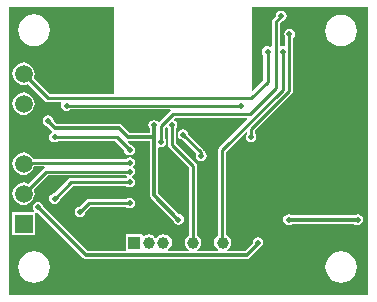
<source format=gbl>
%FSTAX23Y23*%
%MOIN*%
%SFA1B1*%

%IPPOS*%
%ADD23C,0.010000*%
%ADD24C,0.011810*%
%ADD36C,0.039370*%
%ADD37R,0.039370X0.039370*%
%ADD38C,0.059060*%
%ADD39R,0.059060X0.059060*%
%ADD40C,0.019690*%
%ADD41R,0.036250X0.051500*%
%ADD42R,0.065940X0.066930*%
%LNsrt-wren-25-22-v101-1*%
%LPD*%
G36*
X0121Y00013D02*
X00013D01*
Y00971*
X00364*
Y00682*
X00149*
X00096Y00735*
X00098Y00741*
X00099Y0075*
X00098Y0076*
X00094Y00769*
X00088Y00777*
X0008Y00783*
X00071Y00787*
X00062Y00788*
X00052Y00787*
X00043Y00783*
X00035Y00777*
X00029Y00769*
X00025Y0076*
X00024Y0075*
X00025Y00741*
X00029Y00732*
X00035Y00724*
X00043Y00718*
X00052Y00714*
X00062Y00713*
X00071Y00714*
X00077Y00716*
X00134Y0066*
X00138Y00657*
X00143Y00656*
X00186*
X00189Y00651*
X00188Y00651*
X00187Y00644*
X00188Y00637*
X00192Y00631*
X00198Y00627*
X00205Y00626*
X00212Y00627*
X00217Y00631*
X0055*
X00552Y00626*
X00551Y00625*
X00515Y00589*
X0051Y0059*
X00509Y00591*
X00503Y00594*
X00496Y00596*
X00489Y00594*
X00483Y00591*
X0048Y00585*
X00478Y00578*
X0048Y00571*
X00482Y00567*
Y00553*
X00416*
X0039Y00579*
X00385Y00582*
X0038Y00583*
X00172*
X00162Y00593*
X0016Y00599*
X00157Y00605*
X00151Y00609*
X00144Y00611*
X00137Y00609*
X00131Y00605*
X00127Y00599*
X00126Y00592*
X00127Y00586*
X00131Y0058*
X00137Y00576*
X0014Y00575*
X00156Y00559*
X00156Y00554*
X00152Y00552*
X00148Y00546*
X00147Y00539*
X00148Y00532*
X00152Y00526*
X00158Y00522*
X00165Y00521*
X00172Y00522*
X00177Y00526*
X00367*
X00397Y00496*
X00398Y00489*
X00402Y00483*
X00408Y00479*
X00415Y00478*
X00422Y00479*
X00428Y00483*
X00432Y00489*
X00433Y00496*
X00432Y00503*
X00428Y00509*
X00422Y00513*
X00416Y00514*
X00409Y00521*
X0041Y00525*
X00482*
Y00346*
X00483Y00341*
X00486Y00336*
X00561Y00262*
X00562Y00257*
X00565Y00251*
X00571Y00248*
X00578Y00246*
X00585Y00248*
X00591Y00251*
X00595Y00257*
X00596Y00264*
X00595Y00271*
X00591Y00277*
X00585Y00281*
X0058Y00282*
X0051Y00352*
Y00504*
X00514Y00507*
X0052Y00506*
X00527Y00507*
X00533Y00511*
X00537Y00517*
X00538Y00524*
X00537Y00531*
X00533Y00536*
Y00569*
X00537Y00572*
X00537*
X0054Y00571*
X00543Y00565*
Y00514*
X00544Y00509*
X00547Y00505*
X00613Y00438*
Y00212*
X00613Y00212*
X00607Y00207*
X00602Y00201*
X006Y00195*
X00599Y00187*
X006Y0018*
X00602Y00174*
X00607Y00168*
X00612Y00164*
X0061Y00159*
X00544*
X00543Y00164*
X00548Y00168*
X00552Y00174*
X00555Y0018*
X00556Y00187*
X00555Y00195*
X00552Y00201*
X00548Y00207*
X00542Y00212*
X00535Y00214*
X00528Y00215*
X00521Y00214*
X00514Y00212*
X00508Y00207*
X00506Y00204*
X00501*
X00498Y00207*
X00493Y00212*
X00486Y00214*
X00479Y00215*
X00472Y00214*
X00465Y00212*
X00462Y00209*
X00457Y00211*
Y00215*
X00415*
X00415Y00215*
X00415Y00215*
X00402*
Y00202*
X00402Y00202*
X00402Y00202*
Y00163*
Y00163*
Y0016*
X00401Y00159*
X00276*
X00128Y00307*
X00127Y00312*
X00123Y00317*
X00118Y00321*
X00111Y00323*
X00104Y00321*
X00098Y00317*
X00094Y00312*
X00093Y00305*
X00094Y00298*
X00098Y00292*
X00095Y00288*
X00024*
Y00213*
X00099*
Y00286*
X001Y00286*
X00103Y00288*
X00104Y00288*
X00108Y00287*
X0026Y00135*
X00265Y00132*
X0027Y00131*
X00805*
X0081Y00132*
X00815Y00135*
X00851Y00171*
X00856Y00175*
X0086Y00181*
X00861Y00187*
X0086Y00194*
X00856Y002*
X0085Y00204*
X00843Y00206*
X00836Y00204*
X0083Y002*
X00826Y00194*
X00825Y00187*
X00825Y00186*
X00799Y00159*
X00741*
X00739Y00164*
X00745Y00168*
X00749Y00174*
X00752Y0018*
X00753Y00187*
X00752Y00195*
X00749Y00201*
X00745Y00207*
X00739Y00212*
X00736Y00213*
Y0049*
X00802Y00556*
X00805Y00555*
X00806Y0055*
X00803Y00546*
X00802Y00539*
X00803Y00532*
X00807Y00526*
X00813Y00522*
X0082Y00521*
X00827Y00522*
X00833Y00526*
X00837Y00532*
X00838Y00539*
X00837Y00546*
X00833Y00551*
Y00561*
X00957Y00684*
X00959Y00688*
X0096Y00693*
Y00869*
X00961Y0087*
X00965Y00875*
X00966Y00882*
X00965Y00889*
X00961Y00895*
X00955Y00899*
X00948Y009*
X00941Y00899*
X00936Y00895*
X00932Y00889*
X0093Y00882*
X00932Y00875*
X00934Y00872*
Y00844*
X0093Y00841*
X00925Y00842*
X00919Y00841*
X00915Y00844*
Y00918*
X00921Y00924*
X00928Y00926*
X00934Y0093*
X00937Y00936*
X00939Y00942*
X00937Y00949*
X00934Y00955*
X00928Y00959*
X00921Y0096*
X00914Y00959*
X00908Y00955*
X00904Y00949*
X00903Y00943*
X00893Y00933*
X0089Y00929*
X00889Y00924*
Y00841*
X00884Y00839*
X00881Y00841*
X00875Y00842*
X00868Y00841*
X00862Y00837*
X00858Y00831*
X00856Y00824*
X00858Y00817*
X00861Y00812*
Y00729*
X00826Y00694*
X00822Y00696*
Y00971*
X0121*
Y00013*
G37*
G36*
X00808Y00598D02*
X00714Y00504D01*
X00711Y005*
X0071Y00495*
Y00211*
X00705Y00207*
X00701Y00201*
X00698Y00195*
X00697Y00187*
X00698Y0018*
X00701Y00174*
X00705Y00168*
X0071Y00164*
X00709Y00159*
X00643*
X00641Y00164*
X00646Y00168*
X00651Y00174*
X00653Y0018*
X00654Y00187*
X00653Y00195*
X00651Y00201*
X00646Y00207*
X0064Y00212*
X0064Y00212*
Y00444*
X00639Y00449*
X00636Y00453*
X00569Y0052*
Y00565*
X00573Y00571*
X00574Y00578*
X00573Y00585*
X00569Y00591*
X00563Y00594*
X00562Y00599*
X00566Y00603*
X00806*
X00808Y00598*
G37*
%LNsrt-wren-25-22-v101-2*%
%LPC*%
G36*
X01175Y00282D02*
X01168Y0028D01*
X01164Y00278*
X00956*
X00952Y0028*
X00945Y00282*
X00938Y0028*
X00932Y00277*
X00928Y00271*
X00927Y00264*
X00928Y00257*
X00932Y00251*
X00938Y00247*
X00945Y00246*
X00952Y00247*
X00956Y0025*
X01164*
X01168Y00247*
X01175Y00246*
X01182Y00247*
X01188Y00251*
X01192Y00257*
X01193Y00264*
X01192Y00271*
X01188Y00277*
X01182Y0028*
X01175Y00282*
G37*
G36*
X00415Y00337D02*
X00408Y00335D01*
X00403Y00332*
X0028*
X00275Y00331*
X00271Y00328*
X00249Y00307*
X00243Y00305*
X00237Y00302*
X00233Y00296*
X00232Y00289*
X00233Y00282*
X00237Y00276*
X00243Y00272*
X0025Y00271*
X00257Y00272*
X00263Y00276*
X00267Y00282*
X00268Y00288*
X00285Y00306*
X00403*
X00408Y00302*
X00415Y00301*
X00422Y00302*
X00428Y00306*
X00432Y00312*
X00433Y00319*
X00432Y00326*
X00428Y00332*
X00422Y00335*
X00415Y00337*
G37*
G36*
X01121Y00159D02*
X01107Y00157D01*
X01094Y00151*
X01083Y00143*
X01075Y00132*
X0107Y00119*
X01068Y00106*
X0107Y00092*
X01075Y00079*
X01083Y00069*
X01094Y0006*
X01107Y00055*
X01121Y00053*
X01134Y00055*
X01147Y0006*
X01158Y00069*
X01166Y00079*
X01171Y00092*
X01173Y00106*
X01171Y00119*
X01166Y00132*
X01158Y00143*
X01147Y00151*
X01134Y00157*
X01121Y00159*
G37*
G36*
X00096D02*
X00082Y00157D01*
X0007Y00151*
X00059Y00143*
X0005Y00132*
X00045Y00119*
X00043Y00106*
X00045Y00092*
X0005Y00079*
X00059Y00069*
X0007Y0006*
X00082Y00055*
X00096Y00053*
X0011Y00055*
X00122Y0006*
X00133Y00069*
X00142Y00079*
X00147Y00092*
X00149Y00106*
X00147Y00119*
X00142Y00132*
X00133Y00143*
X00122Y00151*
X0011Y00157*
X00096Y00159*
G37*
G36*
X0112Y00946D02*
X01106Y00945D01*
X01094Y00939*
X01083Y00931*
X01074Y0092*
X01069Y00907*
X01067Y00894*
X01069Y0088*
X01074Y00867*
X01083Y00856*
X01094Y00848*
X01106Y00843*
X0112Y00841*
X01134Y00843*
X01146Y00848*
X01157Y00856*
X01166Y00867*
X01171Y0088*
X01173Y00894*
X01171Y00907*
X01166Y0092*
X01157Y00931*
X01146Y00939*
X01134Y00945*
X0112Y00946*
G37*
G36*
X00097Y00948D02*
X00083Y00946D01*
X00071Y00941*
X0006Y00932*
X00051Y00922*
X00046Y00909*
X00044Y00895*
X00046Y00882*
X00051Y00869*
X0006Y00858*
X00071Y0085*
X00083Y00844*
X00097Y00842*
X00111Y00844*
X00123Y0085*
X00134Y00858*
X00143Y00869*
X00148Y00882*
X0015Y00895*
X00148Y00909*
X00143Y00922*
X00134Y00932*
X00123Y00941*
X00111Y00946*
X00097Y00948*
G37*
G36*
X00062Y00688D02*
X00052Y00687D01*
X00043Y00683*
X00035Y00677*
X00029Y00669*
X00025Y0066*
X00024Y0065*
X00025Y00641*
X00029Y00632*
X00035Y00624*
X00043Y00618*
X00052Y00614*
X00062Y00613*
X00071Y00614*
X0008Y00618*
X00088Y00624*
X00094Y00632*
X00098Y00641*
X00099Y0065*
X00098Y0066*
X00094Y00669*
X00088Y00677*
X0008Y00683*
X00071Y00687*
X00062Y00688*
G37*
G36*
Y00488D02*
X00052Y00487D01*
X00043Y00483*
X00035Y00477*
X00029Y00469*
X00025Y0046*
X00024Y0045*
X00025Y00441*
X00029Y00432*
X00035Y00424*
X00043Y00418*
X00052Y00414*
X00062Y00413*
X00071Y00414*
X0008Y00418*
X00088Y00424*
X00094Y00432*
X00098Y00441*
X00131*
X00133Y00436*
X00128Y00433*
X00079Y00384*
X00071Y00387*
X00062Y00388*
X00052Y00387*
X00043Y00383*
X00035Y00377*
X00029Y00369*
X00025Y0036*
X00024Y0035*
X00025Y00341*
X00029Y00332*
X00035Y00324*
X00043Y00318*
X00052Y00314*
X00062Y00313*
X00071Y00314*
X0008Y00318*
X00088Y00324*
X00094Y00332*
X00098Y00341*
X00099Y0035*
X00098Y0036*
X00096Y00364*
X00143Y00411*
X00403*
X00406Y00409*
Y00404*
X00403Y00402*
X0022*
X00215Y00401*
X00211Y00398*
X00164Y00352*
X00158Y0035*
X00152Y00347*
X00148Y00341*
X00147Y00334*
X00148Y00327*
X00152Y00321*
X00158Y00317*
X00165Y00316*
X00172Y00317*
X00178Y00321*
X00182Y00327*
X00183Y00333*
X00225Y00376*
X00403*
X00408Y00372*
X00415Y00371*
X00422Y00372*
X00428Y00376*
X00432Y00382*
X00432Y00384*
X00432Y00384*
X00433Y00389*
X00432Y00394*
X00432Y00394*
X00432Y00396*
X00428Y00402*
X00422Y00405*
X00428Y00411*
X00432Y00417*
X00433Y00424*
X00432Y00431*
X00428Y00437*
Y00441*
X00432Y00447*
X00433Y00454*
X00432Y00461*
X00428Y00467*
X00422Y0047*
X00415Y00472*
X00408Y0047*
X00403Y00467*
X00095*
X00094Y00469*
X00088Y00477*
X0008Y00483*
X00071Y00487*
X00062Y00488*
G37*
G36*
X00593Y00565D02*
X00586Y00564D01*
X0058Y0056*
X00576Y00554*
X00575Y00547*
X00576Y0054*
X0058Y00534*
X00586Y00531*
X00592Y00529*
X00637Y00484*
X00637Y00484*
X00636Y00477*
X00637Y0047*
X00641Y00464*
X00647Y0046*
X00654Y00459*
X00661Y0046*
X00667Y00464*
X00671Y0047*
X00672Y00477*
X00671Y00484*
X00667Y0049*
X00665Y00491*
X00664Y00493*
X00661Y00497*
X00611Y00548*
X00609Y00554*
X00605Y0056*
X006Y00564*
X00593Y00565*
G37*
%LNsrt-wren-25-22-v101-3*%
%LPD*%
G54D23*
X0022Y00389D02*
X00415D01*
X00165Y00334D02*
X0022Y00389D01*
X0025Y00289D02*
X0028Y00319D01*
X00415*
X0052Y00576D02*
X0056Y00616D01*
X0052Y00524D02*
Y00576D01*
X00373Y00539D02*
X00415Y00496D01*
X00068Y00454D02*
X00415D01*
X00138Y00424D02*
X00415D01*
X00165Y00539D02*
X00373D01*
X00415Y00389D02*
X0042D01*
X00205Y00644D02*
X00785D01*
X0006Y00346D02*
X00138Y00424D01*
X0006Y00446D02*
X00068Y00454D01*
X00723Y00189D02*
X00725Y00187D01*
X00556Y00514D02*
Y00578D01*
X00652Y00479D02*
X00654Y00477D01*
X00652Y00479D02*
Y00488D01*
X00593Y00547D02*
X00652Y00488D01*
X00947Y00881D02*
X00948Y00882D01*
X00875Y00724D02*
Y00824D01*
X00415Y00202D02*
X0043Y00187D01*
X00626D02*
Y00444D01*
X00556Y00514D02*
X00626Y00444D01*
X00902Y00924D02*
X00921Y00942D01*
X00723Y00189D02*
Y00495D01*
X0056Y00616D02*
X00817D01*
X00902Y00701*
Y00924*
X00723Y00495D02*
X00925Y00697D01*
Y00824*
X0082Y00539D02*
Y00566D01*
X00947Y00693*
Y00881*
X00062Y0075D02*
X00143Y00669D01*
X00819*
X00875Y00724*
G54D24*
X00377Y00588D02*
X00439D01*
X00451Y00577*
X00144Y00591D02*
X00166Y00569D01*
X00144Y00591D02*
Y00592D01*
X0038Y00569D02*
X0041Y00539D01*
X00945Y00264D02*
X01175D01*
X00496Y00346D02*
X00578Y00264D01*
X00489Y00539D02*
X00496Y00546D01*
Y00346D02*
Y00546D01*
X0041Y00539D02*
X00489D01*
X00496Y00546D02*
Y00578D01*
X00843Y00184D02*
Y00187D01*
X0027Y00145D02*
X00805D01*
X00843Y00184*
X00111Y00305D02*
X0027Y00145D01*
X00166Y00569D02*
X0038D01*
G54D36*
X00774Y00187D03*
X00676D03*
X00725D03*
X00577D03*
X00626D03*
X00479D03*
X00528D03*
G54D37*
X0043Y00187D03*
G54D38*
X00062Y0075D03*
Y0065D03*
Y0055D03*
Y0045D03*
Y0035D03*
G54D39*
X00062Y0025D03*
G54D40*
X00496Y00578D03*
X00556D03*
X00415Y00496D03*
X00144Y00592D03*
X00593Y00547D03*
X00945Y00264D03*
X01175Y00439D03*
X00415Y00389D03*
Y00319D03*
Y00454D03*
Y00424D03*
X0025Y00289D03*
X00205Y00644D03*
X00245Y00744D03*
X0028Y00764D03*
Y00824D03*
Y00884D03*
X0016Y00744D03*
X0052Y00524D03*
X0073Y00559D03*
X00665Y00424D03*
X0082Y00539D03*
X01175Y00264D03*
X00995Y00524D03*
X008Y00364D03*
X00785Y00644D03*
X00165Y00334D03*
Y00539D03*
X0035Y00269D03*
X0095Y00605D03*
X00654Y00477D03*
X00578Y00264D03*
X00925Y00824D03*
X00948Y00882D03*
X00921Y00942D03*
X00875Y00824D03*
X00111Y00305D03*
X00843Y00187D03*
X01102Y00803D03*
X0104Y00393D03*
X00444Y00596D03*
G54D41*
X00439Y00579D03*
G54D42*
X01099Y00802D03*
M02*
</source>
